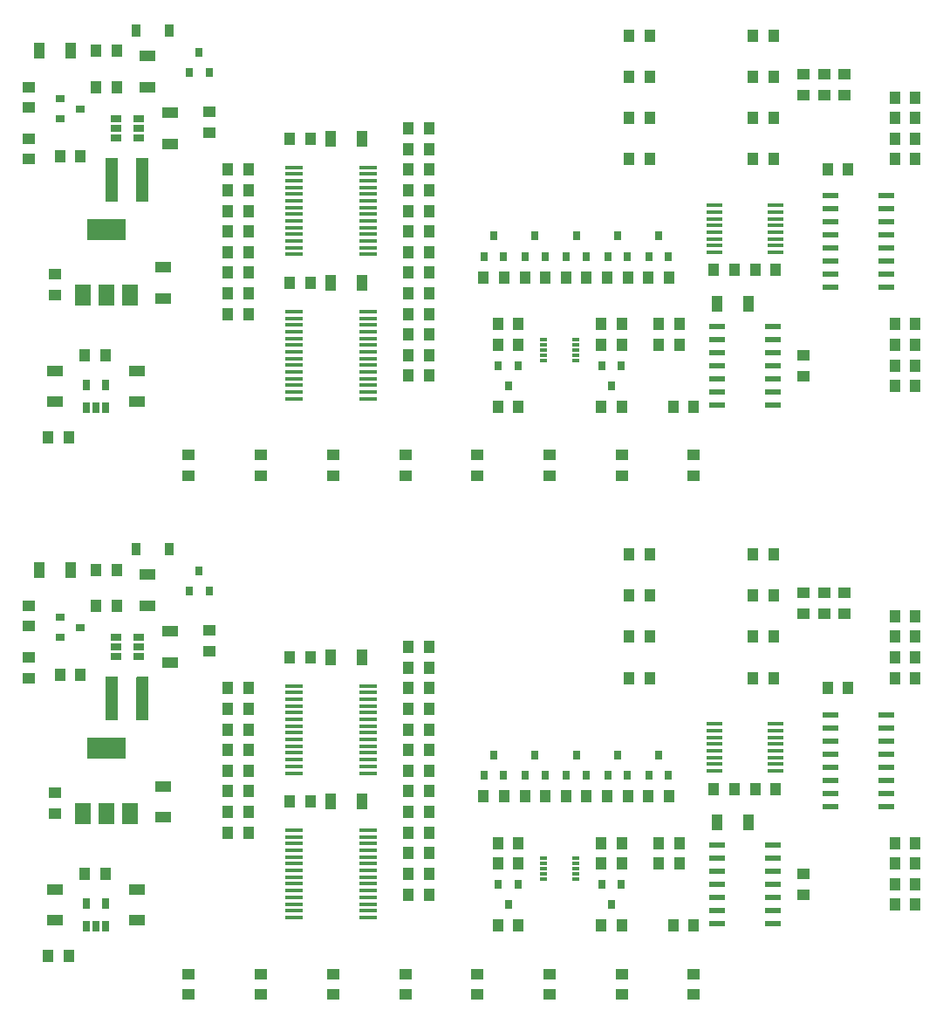
<source format=gbp>
G04 #@! TF.GenerationSoftware,KiCad,Pcbnew,no-vcs-found-7650~57~ubuntu14.04.1*
G04 #@! TF.CreationDate,2017-02-13T23:40:00+01:00*
G04 #@! TF.ProjectId,Wifi_PB_panel,576966695F50425F70616E656C2E6B69,V0.1*
G04 #@! TF.FileFunction,Paste,Bot*
G04 #@! TF.FilePolarity,Positive*
%FSLAX46Y46*%
G04 Gerber Fmt 4.6, Leading zero omitted, Abs format (unit mm)*
G04 Created by KiCad (PCBNEW no-vcs-found-7650~57~ubuntu14.04.1) date Mon Feb 13 23:40:00 2017*
%MOMM*%
%LPD*%
G01*
G04 APERTURE LIST*
%ADD10C,0.100000*%
%ADD11R,1.000000X1.300000*%
%ADD12R,1.300000X1.000000*%
%ADD13R,0.800000X0.900000*%
%ADD14R,1.600000X1.000000*%
%ADD15R,1.000000X1.250000*%
%ADD16R,1.250000X1.000000*%
%ADD17R,3.800000X2.000000*%
%ADD18R,1.500000X2.000000*%
%ADD19R,1.500000X0.600000*%
%ADD20R,0.650000X1.060000*%
%ADD21R,0.910000X1.220000*%
%ADD22C,1.200000*%
%ADD23R,1.500000X0.450000*%
%ADD24R,1.750000X0.450000*%
%ADD25R,0.900000X0.800000*%
%ADD26R,1.000000X1.600000*%
%ADD27R,0.650000X0.300000*%
%ADD28R,1.060000X0.650000*%
G04 APERTURE END LIST*
D10*
D11*
X114000000Y-86800000D03*
X116000000Y-86800000D03*
X114000000Y-90300000D03*
X116000000Y-90300000D03*
X112500000Y-97000000D03*
X110500000Y-97000000D03*
X191500000Y-93300000D03*
X193500000Y-93300000D03*
X191500000Y-119300000D03*
X193500000Y-119300000D03*
X163000000Y-121300000D03*
X165000000Y-121300000D03*
X193500000Y-97300000D03*
X191500000Y-97300000D03*
D12*
X107500000Y-92300000D03*
X107500000Y-90300000D03*
D11*
X146300000Y-94300000D03*
X144300000Y-94300000D03*
X155000000Y-115300000D03*
X153000000Y-115300000D03*
D13*
X169550000Y-106750000D03*
X167650000Y-106750000D03*
X168600000Y-104750000D03*
D14*
X121190000Y-95790000D03*
X121190000Y-92790000D03*
D15*
X191500000Y-95300000D03*
X193500000Y-95300000D03*
X134800000Y-109300000D03*
X132800000Y-109300000D03*
D16*
X110000000Y-110450000D03*
X110000000Y-108450000D03*
D11*
X155000000Y-121300000D03*
X153000000Y-121300000D03*
X165000000Y-115300000D03*
X163000000Y-115300000D03*
X144300000Y-100300000D03*
X146300000Y-100300000D03*
D17*
X115000000Y-104150000D03*
D18*
X115000000Y-110450000D03*
X112700000Y-110450000D03*
X117300000Y-110450000D03*
D11*
X146300000Y-104300000D03*
X144300000Y-104300000D03*
D14*
X110000000Y-117800000D03*
X110000000Y-120800000D03*
D12*
X158000000Y-128000000D03*
X158000000Y-126000000D03*
X151000000Y-126000000D03*
X151000000Y-128000000D03*
D19*
X185300000Y-109745000D03*
X185300000Y-108475000D03*
X185300000Y-107205000D03*
X185300000Y-105935000D03*
X185300000Y-104665000D03*
X185300000Y-103395000D03*
X185300000Y-102125000D03*
X185300000Y-100855000D03*
X190700000Y-100855000D03*
X190700000Y-102125000D03*
X190700000Y-103395000D03*
X190700000Y-104665000D03*
X190700000Y-105935000D03*
X190700000Y-107205000D03*
X190700000Y-108475000D03*
X190700000Y-109745000D03*
D20*
X114950000Y-121400000D03*
X114000000Y-121400000D03*
X113050000Y-121400000D03*
X113050000Y-119200000D03*
X114950000Y-119200000D03*
D11*
X170000000Y-121300000D03*
X172000000Y-121300000D03*
X167750000Y-85300000D03*
X165750000Y-85300000D03*
D12*
X107500000Y-95300000D03*
X107500000Y-97300000D03*
D13*
X161550000Y-106750000D03*
X159650000Y-106750000D03*
X160600000Y-104750000D03*
D15*
X134800000Y-95300000D03*
X132800000Y-95300000D03*
D21*
X121135000Y-84800000D03*
X117865000Y-84800000D03*
D11*
X175951854Y-108049480D03*
X173951854Y-108049480D03*
X146300000Y-118300000D03*
X144300000Y-118300000D03*
X144300000Y-114300000D03*
X146300000Y-114300000D03*
D12*
X172000000Y-128000000D03*
X172000000Y-126000000D03*
X165000000Y-126000000D03*
X165000000Y-128000000D03*
D11*
X128800000Y-104300000D03*
X126800000Y-104300000D03*
X126800000Y-102300000D03*
X128800000Y-102300000D03*
D10*
G36*
X116045881Y-97200289D02*
X116051705Y-97201153D01*
X116057417Y-97202584D01*
X116062961Y-97204567D01*
X116068284Y-97207085D01*
X116073334Y-97210112D01*
X116078064Y-97213619D01*
X116082426Y-97217574D01*
X116086381Y-97221936D01*
X116089888Y-97226666D01*
X116092915Y-97231716D01*
X116095433Y-97237039D01*
X116097416Y-97242583D01*
X116098847Y-97248295D01*
X116099711Y-97254119D01*
X116100000Y-97260000D01*
X116100000Y-101340000D01*
X116099711Y-101345881D01*
X116098847Y-101351705D01*
X116097416Y-101357417D01*
X116095433Y-101362961D01*
X116092915Y-101368284D01*
X116089888Y-101373334D01*
X116086381Y-101378064D01*
X116082426Y-101382426D01*
X116078064Y-101386381D01*
X116073334Y-101389888D01*
X116068284Y-101392915D01*
X116062961Y-101395433D01*
X116057417Y-101397416D01*
X116051705Y-101398847D01*
X116045881Y-101399711D01*
X116040000Y-101400000D01*
X114960000Y-101400000D01*
X114954119Y-101399711D01*
X114948295Y-101398847D01*
X114942583Y-101397416D01*
X114937039Y-101395433D01*
X114931716Y-101392915D01*
X114926666Y-101389888D01*
X114921936Y-101386381D01*
X114917574Y-101382426D01*
X114913619Y-101378064D01*
X114910112Y-101373334D01*
X114907085Y-101368284D01*
X114904567Y-101362961D01*
X114902584Y-101357417D01*
X114901153Y-101351705D01*
X114900289Y-101345881D01*
X114900000Y-101340000D01*
X114900000Y-97260000D01*
X114900289Y-97254119D01*
X114901153Y-97248295D01*
X114902584Y-97242583D01*
X114904567Y-97237039D01*
X114907085Y-97231716D01*
X114910112Y-97226666D01*
X114913619Y-97221936D01*
X114917574Y-97217574D01*
X114921936Y-97213619D01*
X114926666Y-97210112D01*
X114931716Y-97207085D01*
X114937039Y-97204567D01*
X114942583Y-97202584D01*
X114948295Y-97201153D01*
X114954119Y-97200289D01*
X114960000Y-97200000D01*
X116040000Y-97200000D01*
X116045881Y-97200289D01*
X116045881Y-97200289D01*
G37*
D22*
X115500000Y-99300000D03*
D10*
G36*
X119045881Y-97200289D02*
X119051705Y-97201153D01*
X119057417Y-97202584D01*
X119062961Y-97204567D01*
X119068284Y-97207085D01*
X119073334Y-97210112D01*
X119078064Y-97213619D01*
X119082426Y-97217574D01*
X119086381Y-97221936D01*
X119089888Y-97226666D01*
X119092915Y-97231716D01*
X119095433Y-97237039D01*
X119097416Y-97242583D01*
X119098847Y-97248295D01*
X119099711Y-97254119D01*
X119100000Y-97260000D01*
X119100000Y-101340000D01*
X119099711Y-101345881D01*
X119098847Y-101351705D01*
X119097416Y-101357417D01*
X119095433Y-101362961D01*
X119092915Y-101368284D01*
X119089888Y-101373334D01*
X119086381Y-101378064D01*
X119082426Y-101382426D01*
X119078064Y-101386381D01*
X119073334Y-101389888D01*
X119068284Y-101392915D01*
X119062961Y-101395433D01*
X119057417Y-101397416D01*
X119051705Y-101398847D01*
X119045881Y-101399711D01*
X119040000Y-101400000D01*
X117960000Y-101400000D01*
X117954119Y-101399711D01*
X117948295Y-101398847D01*
X117942583Y-101397416D01*
X117937039Y-101395433D01*
X117931716Y-101392915D01*
X117926666Y-101389888D01*
X117921936Y-101386381D01*
X117917574Y-101382426D01*
X117913619Y-101378064D01*
X117910112Y-101373334D01*
X117907085Y-101368284D01*
X117904567Y-101362961D01*
X117902584Y-101357417D01*
X117901153Y-101351705D01*
X117900289Y-101345881D01*
X117900000Y-101340000D01*
X117900000Y-97260000D01*
X117900289Y-97254119D01*
X117901153Y-97248295D01*
X117902584Y-97242583D01*
X117904567Y-97237039D01*
X117907085Y-97231716D01*
X117910112Y-97226666D01*
X117913619Y-97221936D01*
X117917574Y-97217574D01*
X117921936Y-97213619D01*
X117926666Y-97210112D01*
X117931716Y-97207085D01*
X117937039Y-97204567D01*
X117942583Y-97202584D01*
X117948295Y-97201153D01*
X117954119Y-97200289D01*
X117960000Y-97200000D01*
X119040000Y-97200000D01*
X119045881Y-97200289D01*
X119045881Y-97200289D01*
G37*
D22*
X118500000Y-99300000D03*
D23*
X174001854Y-106324480D03*
X174001854Y-105674480D03*
X174001854Y-105024480D03*
X174001854Y-104374480D03*
X174001854Y-103724480D03*
X174001854Y-103074480D03*
X174001854Y-102424480D03*
X174001854Y-101774480D03*
X179901854Y-101774480D03*
X179901854Y-102424480D03*
X179901854Y-103074480D03*
X179901854Y-103724480D03*
X179901854Y-104374480D03*
X179901854Y-105024480D03*
X179901854Y-105674480D03*
X179901854Y-106324480D03*
D24*
X133200000Y-106525000D03*
X133200000Y-105875000D03*
X133200000Y-105225000D03*
X133200000Y-104575000D03*
X133200000Y-103925000D03*
X133200000Y-103275000D03*
X133200000Y-102625000D03*
X133200000Y-101975000D03*
X133200000Y-101325000D03*
X133200000Y-100675000D03*
X133200000Y-100025000D03*
X133200000Y-99375000D03*
X133200000Y-98725000D03*
X133200000Y-98075000D03*
X140400000Y-98075000D03*
X140400000Y-98725000D03*
X140400000Y-99375000D03*
X140400000Y-100025000D03*
X140400000Y-100675000D03*
X140400000Y-101325000D03*
X140400000Y-101975000D03*
X140400000Y-102625000D03*
X140400000Y-103275000D03*
X140400000Y-103925000D03*
X140400000Y-104575000D03*
X140400000Y-105225000D03*
X140400000Y-105875000D03*
X140400000Y-106525000D03*
D13*
X164000000Y-119300000D03*
X164950000Y-117300000D03*
X163050000Y-117300000D03*
D25*
X110500000Y-93350000D03*
X110500000Y-91450000D03*
X112500000Y-92400000D03*
D11*
X159600000Y-108750000D03*
X161600000Y-108750000D03*
X144300000Y-108300000D03*
X146300000Y-108300000D03*
D12*
X184650000Y-91050000D03*
X184650000Y-89050000D03*
X182650000Y-91050000D03*
X182650000Y-89050000D03*
X124990000Y-94690000D03*
X124990000Y-92690000D03*
D14*
X119000000Y-87300000D03*
X119000000Y-90300000D03*
D13*
X164600000Y-104750000D03*
X163650000Y-106750000D03*
X165550000Y-106750000D03*
D11*
X165600000Y-108750000D03*
X163600000Y-108750000D03*
X128800000Y-100300000D03*
X126800000Y-100300000D03*
D15*
X187000000Y-98300000D03*
X185000000Y-98300000D03*
X193500000Y-113300000D03*
X191500000Y-113300000D03*
X170600000Y-115300000D03*
X168600000Y-115300000D03*
D12*
X144000000Y-128000000D03*
X144000000Y-126000000D03*
D15*
X168600000Y-113300000D03*
X170600000Y-113300000D03*
D11*
X153600000Y-108750000D03*
X151600000Y-108750000D03*
X144300000Y-106300000D03*
X146300000Y-106300000D03*
D15*
X191500000Y-117300000D03*
X193500000Y-117300000D03*
D11*
X193500000Y-115300000D03*
X191500000Y-115300000D03*
D24*
X140400000Y-120525000D03*
X140400000Y-119875000D03*
X140400000Y-119225000D03*
X140400000Y-118575000D03*
X140400000Y-117925000D03*
X140400000Y-117275000D03*
X140400000Y-116625000D03*
X140400000Y-115975000D03*
X140400000Y-115325000D03*
X140400000Y-114675000D03*
X140400000Y-114025000D03*
X140400000Y-113375000D03*
X140400000Y-112725000D03*
X140400000Y-112075000D03*
X133200000Y-112075000D03*
X133200000Y-112725000D03*
X133200000Y-113375000D03*
X133200000Y-114025000D03*
X133200000Y-114675000D03*
X133200000Y-115325000D03*
X133200000Y-115975000D03*
X133200000Y-116625000D03*
X133200000Y-117275000D03*
X133200000Y-117925000D03*
X133200000Y-118575000D03*
X133200000Y-119225000D03*
X133200000Y-119875000D03*
X133200000Y-120525000D03*
D11*
X126800000Y-110300000D03*
X128800000Y-110300000D03*
X128800000Y-112300000D03*
X126800000Y-112300000D03*
X128800000Y-98300000D03*
X126800000Y-98300000D03*
X144300000Y-116300000D03*
X146300000Y-116300000D03*
D13*
X153050000Y-117300000D03*
X154950000Y-117300000D03*
X154000000Y-119300000D03*
X152600000Y-104750000D03*
X151650000Y-106750000D03*
X153550000Y-106750000D03*
D15*
X153000000Y-113300000D03*
X155000000Y-113300000D03*
D13*
X124950000Y-88900000D03*
X123050000Y-88900000D03*
X124000000Y-86900000D03*
D15*
X191500000Y-91300000D03*
X193500000Y-91300000D03*
D26*
X177300000Y-111280000D03*
X174300000Y-111280000D03*
D11*
X128800000Y-108300000D03*
X126800000Y-108300000D03*
D19*
X179700000Y-113490000D03*
X179700000Y-114760000D03*
X179700000Y-116030000D03*
X179700000Y-117300000D03*
X179700000Y-118570000D03*
X179700000Y-119840000D03*
X179700000Y-121110000D03*
X174300000Y-121110000D03*
X174300000Y-119840000D03*
X174300000Y-118570000D03*
X174300000Y-117300000D03*
X174300000Y-116030000D03*
X174300000Y-114760000D03*
X174300000Y-113490000D03*
D26*
X108500000Y-86800000D03*
X111500000Y-86800000D03*
D11*
X146300000Y-110300000D03*
X144300000Y-110300000D03*
D15*
X179951854Y-108049480D03*
X177951854Y-108049480D03*
D14*
X120500000Y-107800000D03*
X120500000Y-110800000D03*
D15*
X165000000Y-113300000D03*
X163000000Y-113300000D03*
X179750000Y-85300000D03*
X177750000Y-85300000D03*
X177750000Y-89300000D03*
X179750000Y-89300000D03*
D14*
X118000000Y-117800000D03*
X118000000Y-120800000D03*
D15*
X179750000Y-93300000D03*
X177750000Y-93300000D03*
D12*
X123000000Y-126000000D03*
X123000000Y-128000000D03*
D11*
X165750000Y-97300000D03*
X167750000Y-97300000D03*
X126800000Y-106300000D03*
X128800000Y-106300000D03*
X109340000Y-124300000D03*
X111340000Y-124300000D03*
X112900000Y-116300000D03*
X114900000Y-116300000D03*
X144300000Y-96300000D03*
X146300000Y-96300000D03*
X155600000Y-108750000D03*
X157600000Y-108750000D03*
D13*
X156600000Y-104750000D03*
X155650000Y-106750000D03*
X157550000Y-106750000D03*
D27*
X160550000Y-114800000D03*
X160550000Y-115300000D03*
X160550000Y-115800000D03*
X160550000Y-116300000D03*
X160550000Y-116800000D03*
X157450000Y-116800000D03*
X157450000Y-116300000D03*
X157450000Y-115800000D03*
X157450000Y-115300000D03*
X157450000Y-114800000D03*
D15*
X177750000Y-97300000D03*
X179750000Y-97300000D03*
D26*
X136800000Y-95300000D03*
X139800000Y-95300000D03*
D11*
X146300000Y-112300000D03*
X144300000Y-112300000D03*
X146300000Y-102300000D03*
X144300000Y-102300000D03*
X146300000Y-98300000D03*
X144300000Y-98300000D03*
D12*
X137000000Y-126000000D03*
X137000000Y-128000000D03*
X130000000Y-128000000D03*
X130000000Y-126000000D03*
D26*
X139800000Y-109300000D03*
X136800000Y-109300000D03*
D12*
X186650000Y-89050000D03*
X186650000Y-91050000D03*
X182670000Y-116340000D03*
X182670000Y-118340000D03*
D28*
X115900000Y-95250000D03*
X115900000Y-94300000D03*
X115900000Y-93350000D03*
X118100000Y-93350000D03*
X118100000Y-95250000D03*
X118100000Y-94300000D03*
D11*
X167750000Y-93300000D03*
X165750000Y-93300000D03*
X165750000Y-89300000D03*
X167750000Y-89300000D03*
X169600000Y-108750000D03*
X167600000Y-108750000D03*
D28*
X118100000Y-44000000D03*
X118100000Y-44950000D03*
X118100000Y-43050000D03*
X115900000Y-43050000D03*
X115900000Y-44000000D03*
X115900000Y-44950000D03*
D24*
X140400000Y-56225000D03*
X140400000Y-55575000D03*
X140400000Y-54925000D03*
X140400000Y-54275000D03*
X140400000Y-53625000D03*
X140400000Y-52975000D03*
X140400000Y-52325000D03*
X140400000Y-51675000D03*
X140400000Y-51025000D03*
X140400000Y-50375000D03*
X140400000Y-49725000D03*
X140400000Y-49075000D03*
X140400000Y-48425000D03*
X140400000Y-47775000D03*
X133200000Y-47775000D03*
X133200000Y-48425000D03*
X133200000Y-49075000D03*
X133200000Y-49725000D03*
X133200000Y-50375000D03*
X133200000Y-51025000D03*
X133200000Y-51675000D03*
X133200000Y-52325000D03*
X133200000Y-52975000D03*
X133200000Y-53625000D03*
X133200000Y-54275000D03*
X133200000Y-54925000D03*
X133200000Y-55575000D03*
X133200000Y-56225000D03*
X133200000Y-70225000D03*
X133200000Y-69575000D03*
X133200000Y-68925000D03*
X133200000Y-68275000D03*
X133200000Y-67625000D03*
X133200000Y-66975000D03*
X133200000Y-66325000D03*
X133200000Y-65675000D03*
X133200000Y-65025000D03*
X133200000Y-64375000D03*
X133200000Y-63725000D03*
X133200000Y-63075000D03*
X133200000Y-62425000D03*
X133200000Y-61775000D03*
X140400000Y-61775000D03*
X140400000Y-62425000D03*
X140400000Y-63075000D03*
X140400000Y-63725000D03*
X140400000Y-64375000D03*
X140400000Y-65025000D03*
X140400000Y-65675000D03*
X140400000Y-66325000D03*
X140400000Y-66975000D03*
X140400000Y-67625000D03*
X140400000Y-68275000D03*
X140400000Y-68925000D03*
X140400000Y-69575000D03*
X140400000Y-70225000D03*
D27*
X157450000Y-64500000D03*
X157450000Y-65000000D03*
X157450000Y-65500000D03*
X157450000Y-66000000D03*
X157450000Y-66500000D03*
X160550000Y-66500000D03*
X160550000Y-66000000D03*
X160550000Y-65500000D03*
X160550000Y-65000000D03*
X160550000Y-64500000D03*
D23*
X179901854Y-56024480D03*
X179901854Y-55374480D03*
X179901854Y-54724480D03*
X179901854Y-54074480D03*
X179901854Y-53424480D03*
X179901854Y-52774480D03*
X179901854Y-52124480D03*
X179901854Y-51474480D03*
X174001854Y-51474480D03*
X174001854Y-52124480D03*
X174001854Y-52774480D03*
X174001854Y-53424480D03*
X174001854Y-54074480D03*
X174001854Y-54724480D03*
X174001854Y-55374480D03*
X174001854Y-56024480D03*
D19*
X174300000Y-63190000D03*
X174300000Y-64460000D03*
X174300000Y-65730000D03*
X174300000Y-67000000D03*
X174300000Y-68270000D03*
X174300000Y-69540000D03*
X174300000Y-70810000D03*
X179700000Y-70810000D03*
X179700000Y-69540000D03*
X179700000Y-68270000D03*
X179700000Y-67000000D03*
X179700000Y-65730000D03*
X179700000Y-64460000D03*
X179700000Y-63190000D03*
X190700000Y-59445000D03*
X190700000Y-58175000D03*
X190700000Y-56905000D03*
X190700000Y-55635000D03*
X190700000Y-54365000D03*
X190700000Y-53095000D03*
X190700000Y-51825000D03*
X190700000Y-50555000D03*
X185300000Y-50555000D03*
X185300000Y-51825000D03*
X185300000Y-53095000D03*
X185300000Y-54365000D03*
X185300000Y-55635000D03*
X185300000Y-56905000D03*
X185300000Y-58175000D03*
X185300000Y-59445000D03*
D14*
X110000000Y-70500000D03*
X110000000Y-67500000D03*
D16*
X110000000Y-58150000D03*
X110000000Y-60150000D03*
D14*
X120500000Y-60500000D03*
X120500000Y-57500000D03*
X118000000Y-70500000D03*
X118000000Y-67500000D03*
D26*
X111500000Y-36500000D03*
X108500000Y-36500000D03*
D15*
X155000000Y-63000000D03*
X153000000Y-63000000D03*
X163000000Y-63000000D03*
X165000000Y-63000000D03*
D26*
X139800000Y-45000000D03*
X136800000Y-45000000D03*
X136800000Y-59000000D03*
X139800000Y-59000000D03*
D15*
X132800000Y-45000000D03*
X134800000Y-45000000D03*
X132800000Y-59000000D03*
X134800000Y-59000000D03*
X168600000Y-65000000D03*
X170600000Y-65000000D03*
X170600000Y-63000000D03*
X168600000Y-63000000D03*
D26*
X174300000Y-60980000D03*
X177300000Y-60980000D03*
D15*
X177951854Y-57749480D03*
X179951854Y-57749480D03*
X177750000Y-35000000D03*
X179750000Y-35000000D03*
X179750000Y-39000000D03*
X177750000Y-39000000D03*
X177750000Y-43000000D03*
X179750000Y-43000000D03*
X179750000Y-47000000D03*
X177750000Y-47000000D03*
X191500000Y-63000000D03*
X193500000Y-63000000D03*
X185000000Y-48000000D03*
X187000000Y-48000000D03*
X193500000Y-67000000D03*
X191500000Y-67000000D03*
X193500000Y-41000000D03*
X191500000Y-41000000D03*
X193500000Y-45000000D03*
X191500000Y-45000000D03*
D14*
X121190000Y-42490000D03*
X121190000Y-45490000D03*
X119000000Y-40000000D03*
X119000000Y-37000000D03*
D10*
G36*
X119045881Y-46900289D02*
X119051705Y-46901153D01*
X119057417Y-46902584D01*
X119062961Y-46904567D01*
X119068284Y-46907085D01*
X119073334Y-46910112D01*
X119078064Y-46913619D01*
X119082426Y-46917574D01*
X119086381Y-46921936D01*
X119089888Y-46926666D01*
X119092915Y-46931716D01*
X119095433Y-46937039D01*
X119097416Y-46942583D01*
X119098847Y-46948295D01*
X119099711Y-46954119D01*
X119100000Y-46960000D01*
X119100000Y-51040000D01*
X119099711Y-51045881D01*
X119098847Y-51051705D01*
X119097416Y-51057417D01*
X119095433Y-51062961D01*
X119092915Y-51068284D01*
X119089888Y-51073334D01*
X119086381Y-51078064D01*
X119082426Y-51082426D01*
X119078064Y-51086381D01*
X119073334Y-51089888D01*
X119068284Y-51092915D01*
X119062961Y-51095433D01*
X119057417Y-51097416D01*
X119051705Y-51098847D01*
X119045881Y-51099711D01*
X119040000Y-51100000D01*
X117960000Y-51100000D01*
X117954119Y-51099711D01*
X117948295Y-51098847D01*
X117942583Y-51097416D01*
X117937039Y-51095433D01*
X117931716Y-51092915D01*
X117926666Y-51089888D01*
X117921936Y-51086381D01*
X117917574Y-51082426D01*
X117913619Y-51078064D01*
X117910112Y-51073334D01*
X117907085Y-51068284D01*
X117904567Y-51062961D01*
X117902584Y-51057417D01*
X117901153Y-51051705D01*
X117900289Y-51045881D01*
X117900000Y-51040000D01*
X117900000Y-46960000D01*
X117900289Y-46954119D01*
X117901153Y-46948295D01*
X117902584Y-46942583D01*
X117904567Y-46937039D01*
X117907085Y-46931716D01*
X117910112Y-46926666D01*
X117913619Y-46921936D01*
X117917574Y-46917574D01*
X117921936Y-46913619D01*
X117926666Y-46910112D01*
X117931716Y-46907085D01*
X117937039Y-46904567D01*
X117942583Y-46902584D01*
X117948295Y-46901153D01*
X117954119Y-46900289D01*
X117960000Y-46900000D01*
X119040000Y-46900000D01*
X119045881Y-46900289D01*
X119045881Y-46900289D01*
G37*
D22*
X118500000Y-49000000D03*
D10*
G36*
X116045881Y-46900289D02*
X116051705Y-46901153D01*
X116057417Y-46902584D01*
X116062961Y-46904567D01*
X116068284Y-46907085D01*
X116073334Y-46910112D01*
X116078064Y-46913619D01*
X116082426Y-46917574D01*
X116086381Y-46921936D01*
X116089888Y-46926666D01*
X116092915Y-46931716D01*
X116095433Y-46937039D01*
X116097416Y-46942583D01*
X116098847Y-46948295D01*
X116099711Y-46954119D01*
X116100000Y-46960000D01*
X116100000Y-51040000D01*
X116099711Y-51045881D01*
X116098847Y-51051705D01*
X116097416Y-51057417D01*
X116095433Y-51062961D01*
X116092915Y-51068284D01*
X116089888Y-51073334D01*
X116086381Y-51078064D01*
X116082426Y-51082426D01*
X116078064Y-51086381D01*
X116073334Y-51089888D01*
X116068284Y-51092915D01*
X116062961Y-51095433D01*
X116057417Y-51097416D01*
X116051705Y-51098847D01*
X116045881Y-51099711D01*
X116040000Y-51100000D01*
X114960000Y-51100000D01*
X114954119Y-51099711D01*
X114948295Y-51098847D01*
X114942583Y-51097416D01*
X114937039Y-51095433D01*
X114931716Y-51092915D01*
X114926666Y-51089888D01*
X114921936Y-51086381D01*
X114917574Y-51082426D01*
X114913619Y-51078064D01*
X114910112Y-51073334D01*
X114907085Y-51068284D01*
X114904567Y-51062961D01*
X114902584Y-51057417D01*
X114901153Y-51051705D01*
X114900289Y-51045881D01*
X114900000Y-51040000D01*
X114900000Y-46960000D01*
X114900289Y-46954119D01*
X114901153Y-46948295D01*
X114902584Y-46942583D01*
X114904567Y-46937039D01*
X114907085Y-46931716D01*
X114910112Y-46926666D01*
X114913619Y-46921936D01*
X114917574Y-46917574D01*
X114921936Y-46913619D01*
X114926666Y-46910112D01*
X114931716Y-46907085D01*
X114937039Y-46904567D01*
X114942583Y-46902584D01*
X114948295Y-46901153D01*
X114954119Y-46900289D01*
X114960000Y-46900000D01*
X116040000Y-46900000D01*
X116045881Y-46900289D01*
X116045881Y-46900289D01*
G37*
D22*
X115500000Y-49000000D03*
D13*
X154000000Y-69000000D03*
X154950000Y-67000000D03*
X153050000Y-67000000D03*
X163050000Y-67000000D03*
X164950000Y-67000000D03*
X164000000Y-69000000D03*
X153550000Y-56450000D03*
X151650000Y-56450000D03*
X152600000Y-54450000D03*
X157550000Y-56450000D03*
X155650000Y-56450000D03*
X156600000Y-54450000D03*
X160600000Y-54450000D03*
X159650000Y-56450000D03*
X161550000Y-56450000D03*
X165550000Y-56450000D03*
X163650000Y-56450000D03*
X164600000Y-54450000D03*
X168600000Y-54450000D03*
X167650000Y-56450000D03*
X169550000Y-56450000D03*
D25*
X112500000Y-42100000D03*
X110500000Y-41150000D03*
X110500000Y-43050000D03*
D13*
X124000000Y-36600000D03*
X123050000Y-38600000D03*
X124950000Y-38600000D03*
D11*
X111340000Y-74000000D03*
X109340000Y-74000000D03*
X114900000Y-66000000D03*
X112900000Y-66000000D03*
X153000000Y-65000000D03*
X155000000Y-65000000D03*
X163000000Y-65000000D03*
X165000000Y-65000000D03*
X153000000Y-71000000D03*
X155000000Y-71000000D03*
X165000000Y-71000000D03*
X163000000Y-71000000D03*
X173951854Y-57749480D03*
X175951854Y-57749480D03*
X165750000Y-35000000D03*
X167750000Y-35000000D03*
X167750000Y-39000000D03*
X165750000Y-39000000D03*
X165750000Y-43000000D03*
X167750000Y-43000000D03*
X167750000Y-47000000D03*
X165750000Y-47000000D03*
X144300000Y-60000000D03*
X146300000Y-60000000D03*
X126800000Y-62000000D03*
X128800000Y-62000000D03*
X128800000Y-60000000D03*
X126800000Y-60000000D03*
X126800000Y-58000000D03*
X128800000Y-58000000D03*
X128800000Y-56000000D03*
X126800000Y-56000000D03*
X144300000Y-48000000D03*
X146300000Y-48000000D03*
X144300000Y-52000000D03*
X146300000Y-52000000D03*
X146300000Y-56000000D03*
X144300000Y-56000000D03*
X151600000Y-58450000D03*
X153600000Y-58450000D03*
X157600000Y-58450000D03*
X155600000Y-58450000D03*
X146300000Y-46000000D03*
X144300000Y-46000000D03*
X146300000Y-50000000D03*
X144300000Y-50000000D03*
X144300000Y-54000000D03*
X146300000Y-54000000D03*
X146300000Y-58000000D03*
X144300000Y-58000000D03*
X161600000Y-58450000D03*
X159600000Y-58450000D03*
X163600000Y-58450000D03*
X165600000Y-58450000D03*
X167600000Y-58450000D03*
X169600000Y-58450000D03*
X146300000Y-66000000D03*
X144300000Y-66000000D03*
X126800000Y-48000000D03*
X128800000Y-48000000D03*
X126800000Y-50000000D03*
X128800000Y-50000000D03*
X128800000Y-52000000D03*
X126800000Y-52000000D03*
X126800000Y-54000000D03*
X128800000Y-54000000D03*
D12*
X123000000Y-77700000D03*
X123000000Y-75700000D03*
X130000000Y-75700000D03*
X130000000Y-77700000D03*
X137000000Y-77700000D03*
X137000000Y-75700000D03*
X144000000Y-75700000D03*
X144000000Y-77700000D03*
D11*
X191500000Y-65000000D03*
X193500000Y-65000000D03*
X193500000Y-69000000D03*
X191500000Y-69000000D03*
X193500000Y-43000000D03*
X191500000Y-43000000D03*
X191500000Y-47000000D03*
X193500000Y-47000000D03*
X144300000Y-44000000D03*
X146300000Y-44000000D03*
D12*
X107500000Y-40000000D03*
X107500000Y-42000000D03*
X107500000Y-47000000D03*
X107500000Y-45000000D03*
D11*
X110500000Y-46700000D03*
X112500000Y-46700000D03*
X116000000Y-40000000D03*
X114000000Y-40000000D03*
X116000000Y-36500000D03*
X114000000Y-36500000D03*
D12*
X124990000Y-42390000D03*
X124990000Y-44390000D03*
D11*
X144300000Y-62000000D03*
X146300000Y-62000000D03*
X146300000Y-64000000D03*
X144300000Y-64000000D03*
X144300000Y-68000000D03*
X146300000Y-68000000D03*
D12*
X186650000Y-40750000D03*
X186650000Y-38750000D03*
X182650000Y-38750000D03*
X182650000Y-40750000D03*
X184650000Y-38750000D03*
X184650000Y-40750000D03*
X151000000Y-77700000D03*
X151000000Y-75700000D03*
X158000000Y-75700000D03*
X158000000Y-77700000D03*
X165000000Y-77700000D03*
X165000000Y-75700000D03*
X172000000Y-75700000D03*
X172000000Y-77700000D03*
D20*
X114950000Y-68900000D03*
X113050000Y-68900000D03*
X113050000Y-71100000D03*
X114000000Y-71100000D03*
X114950000Y-71100000D03*
D18*
X117300000Y-60150000D03*
X112700000Y-60150000D03*
X115000000Y-60150000D03*
D17*
X115000000Y-53850000D03*
D21*
X117865000Y-34500000D03*
X121135000Y-34500000D03*
D12*
X182670000Y-68040000D03*
X182670000Y-66040000D03*
D11*
X172000000Y-71000000D03*
X170000000Y-71000000D03*
M02*

</source>
